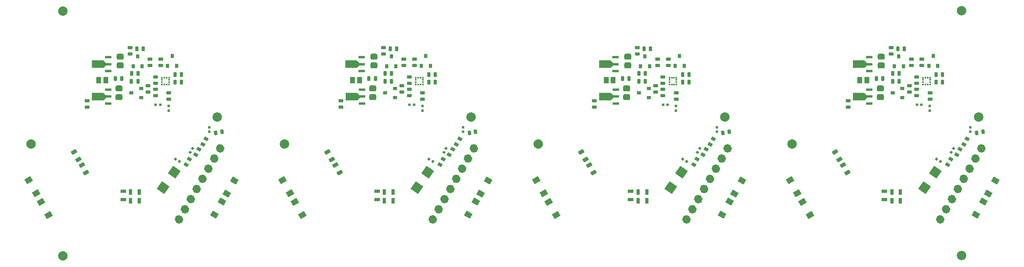
<source format=gtp>
G04 Layer_Color=8421504*
%FSLAX24Y24*%
%MOIN*%
G70*
G01*
G75*
G04:AMPARAMS|DCode=11|XSize=78.7mil|YSize=78.7mil|CornerRadius=39.4mil|HoleSize=0mil|Usage=FLASHONLY|Rotation=90.000|XOffset=0mil|YOffset=0mil|HoleType=Round|Shape=RoundedRectangle|*
%AMROUNDEDRECTD11*
21,1,0.0787,0.0000,0,0,90.0*
21,1,0.0000,0.0787,0,0,90.0*
1,1,0.0787,0.0000,0.0000*
1,1,0.0787,0.0000,0.0000*
1,1,0.0787,0.0000,0.0000*
1,1,0.0787,0.0000,0.0000*
%
%ADD11ROUNDEDRECTD11*%
G04:AMPARAMS|DCode=32|XSize=78.7mil|YSize=78.7mil|CornerRadius=39.4mil|HoleSize=0mil|Usage=FLASHONLY|Rotation=0.000|XOffset=0mil|YOffset=0mil|HoleType=Round|Shape=RoundedRectangle|*
%AMROUNDEDRECTD32*
21,1,0.0787,0.0000,0,0,0.0*
21,1,0.0000,0.0787,0,0,0.0*
1,1,0.0787,0.0000,0.0000*
1,1,0.0787,0.0000,0.0000*
1,1,0.0787,0.0000,0.0000*
1,1,0.0787,0.0000,0.0000*
%
%ADD32ROUNDEDRECTD32*%
%ADD69C,0.0354*%
G04:AMPARAMS|DCode=70|XSize=27.1mil|YSize=37.4mil|CornerRadius=4.8mil|HoleSize=0mil|Usage=FLASHONLY|Rotation=190.000|XOffset=0mil|YOffset=0mil|HoleType=Round|Shape=RoundedRectangle|*
%AMROUNDEDRECTD70*
21,1,0.0271,0.0277,0,0,190.0*
21,1,0.0175,0.0374,0,0,190.0*
1,1,0.0097,-0.0110,0.0121*
1,1,0.0097,0.0062,0.0152*
1,1,0.0097,0.0110,-0.0121*
1,1,0.0097,-0.0062,-0.0152*
%
%ADD70ROUNDEDRECTD70*%
G04:AMPARAMS|DCode=71|XSize=27.1mil|YSize=37.4mil|CornerRadius=4.8mil|HoleSize=0mil|Usage=FLASHONLY|Rotation=60.000|XOffset=0mil|YOffset=0mil|HoleType=Round|Shape=RoundedRectangle|*
%AMROUNDEDRECTD71*
21,1,0.0271,0.0277,0,0,60.0*
21,1,0.0175,0.0374,0,0,60.0*
1,1,0.0097,0.0164,0.0006*
1,1,0.0097,0.0076,-0.0145*
1,1,0.0097,-0.0164,-0.0006*
1,1,0.0097,-0.0076,0.0145*
%
%ADD71ROUNDEDRECTD71*%
G04:AMPARAMS|DCode=72|XSize=27.1mil|YSize=37.4mil|CornerRadius=4.8mil|HoleSize=0mil|Usage=FLASHONLY|Rotation=90.000|XOffset=0mil|YOffset=0mil|HoleType=Round|Shape=RoundedRectangle|*
%AMROUNDEDRECTD72*
21,1,0.0271,0.0277,0,0,90.0*
21,1,0.0175,0.0374,0,0,90.0*
1,1,0.0097,0.0139,0.0087*
1,1,0.0097,0.0139,-0.0087*
1,1,0.0097,-0.0139,-0.0087*
1,1,0.0097,-0.0139,0.0087*
%
%ADD72ROUNDEDRECTD72*%
G04:AMPARAMS|DCode=73|XSize=20mil|YSize=22mil|CornerRadius=3.4mil|HoleSize=0mil|Usage=FLASHONLY|Rotation=0.000|XOffset=0mil|YOffset=0mil|HoleType=Round|Shape=RoundedRectangle|*
%AMROUNDEDRECTD73*
21,1,0.0200,0.0152,0,0,0.0*
21,1,0.0132,0.0220,0,0,0.0*
1,1,0.0068,0.0066,-0.0076*
1,1,0.0068,-0.0066,-0.0076*
1,1,0.0068,-0.0066,0.0076*
1,1,0.0068,0.0066,0.0076*
%
%ADD73ROUNDEDRECTD73*%
G04:AMPARAMS|DCode=74|XSize=20mil|YSize=22mil|CornerRadius=3.4mil|HoleSize=0mil|Usage=FLASHONLY|Rotation=270.000|XOffset=0mil|YOffset=0mil|HoleType=Round|Shape=RoundedRectangle|*
%AMROUNDEDRECTD74*
21,1,0.0200,0.0152,0,0,270.0*
21,1,0.0132,0.0220,0,0,270.0*
1,1,0.0068,-0.0076,-0.0066*
1,1,0.0068,-0.0076,0.0066*
1,1,0.0068,0.0076,0.0066*
1,1,0.0068,0.0076,-0.0066*
%
%ADD74ROUNDEDRECTD74*%
G04:AMPARAMS|DCode=75|XSize=45.2mil|YSize=57.1mil|CornerRadius=0mil|HoleSize=0mil|Usage=FLASHONLY|Rotation=240.000|XOffset=0mil|YOffset=0mil|HoleType=Round|Shape=Rectangle|*
%AMROTATEDRECTD75*
4,1,4,-0.0134,0.0339,0.0360,0.0053,0.0134,-0.0339,-0.0360,-0.0053,-0.0134,0.0339,0.0*
%
%ADD75ROTATEDRECTD75*%

G04:AMPARAMS|DCode=76|XSize=45.2mil|YSize=57.1mil|CornerRadius=0mil|HoleSize=0mil|Usage=FLASHONLY|Rotation=300.000|XOffset=0mil|YOffset=0mil|HoleType=Round|Shape=Rectangle|*
%AMROTATEDRECTD76*
4,1,4,-0.0360,0.0053,0.0134,0.0339,0.0360,-0.0053,-0.0134,-0.0339,-0.0360,0.0053,0.0*
%
%ADD76ROTATEDRECTD76*%

%ADD77P,0.1089X4X100.0*%
%ADD78R,0.0413X0.0531*%
G04:AMPARAMS|DCode=79|XSize=27.1mil|YSize=37.4mil|CornerRadius=4.8mil|HoleSize=0mil|Usage=FLASHONLY|Rotation=0.000|XOffset=0mil|YOffset=0mil|HoleType=Round|Shape=RoundedRectangle|*
%AMROUNDEDRECTD79*
21,1,0.0271,0.0277,0,0,0.0*
21,1,0.0175,0.0374,0,0,0.0*
1,1,0.0097,0.0087,-0.0139*
1,1,0.0097,-0.0087,-0.0139*
1,1,0.0097,-0.0087,0.0139*
1,1,0.0097,0.0087,0.0139*
%
%ADD79ROUNDEDRECTD79*%
G04:AMPARAMS|DCode=80|XSize=50mil|YSize=58mil|CornerRadius=12mil|HoleSize=0mil|Usage=FLASHONLY|Rotation=270.000|XOffset=0mil|YOffset=0mil|HoleType=Round|Shape=RoundedRectangle|*
%AMROUNDEDRECTD80*
21,1,0.0500,0.0340,0,0,270.0*
21,1,0.0260,0.0580,0,0,270.0*
1,1,0.0240,-0.0170,-0.0130*
1,1,0.0240,-0.0170,0.0130*
1,1,0.0240,0.0170,0.0130*
1,1,0.0240,0.0170,-0.0130*
%
%ADD80ROUNDEDRECTD80*%
%ADD81R,0.0315X0.0472*%
%ADD82R,0.0472X0.0315*%
G04:AMPARAMS|DCode=83|XSize=47.2mil|YSize=31.5mil|CornerRadius=0mil|HoleSize=0mil|Usage=FLASHONLY|Rotation=210.000|XOffset=0mil|YOffset=0mil|HoleType=Round|Shape=Rectangle|*
%AMROTATEDRECTD83*
4,1,4,0.0126,0.0254,0.0283,-0.0018,-0.0126,-0.0254,-0.0283,0.0018,0.0126,0.0254,0.0*
%
%ADD83ROTATEDRECTD83*%

%ADD84R,0.0300X0.0340*%
%ADD85R,0.0340X0.0300*%
%ADD86R,0.0140X0.0130*%
%ADD87R,0.0130X0.0140*%
G04:AMPARAMS|DCode=88|XSize=20mil|YSize=22mil|CornerRadius=3.4mil|HoleSize=0mil|Usage=FLASHONLY|Rotation=60.000|XOffset=0mil|YOffset=0mil|HoleType=Round|Shape=RoundedRectangle|*
%AMROUNDEDRECTD88*
21,1,0.0200,0.0152,0,0,60.0*
21,1,0.0132,0.0220,0,0,60.0*
1,1,0.0068,0.0099,0.0019*
1,1,0.0068,0.0033,-0.0095*
1,1,0.0068,-0.0099,-0.0019*
1,1,0.0068,-0.0033,0.0095*
%
%ADD88ROUNDEDRECTD88*%
G04:AMPARAMS|DCode=89|XSize=20mil|YSize=22mil|CornerRadius=3.4mil|HoleSize=0mil|Usage=FLASHONLY|Rotation=150.000|XOffset=0mil|YOffset=0mil|HoleType=Round|Shape=RoundedRectangle|*
%AMROUNDEDRECTD89*
21,1,0.0200,0.0152,0,0,150.0*
21,1,0.0132,0.0220,0,0,150.0*
1,1,0.0068,-0.0019,0.0099*
1,1,0.0068,0.0095,0.0033*
1,1,0.0068,0.0019,-0.0099*
1,1,0.0068,-0.0095,-0.0033*
%
%ADD89ROUNDEDRECTD89*%
%ADD90R,0.0531X0.0204*%
%ADD91R,0.0531X0.0236*%
G36*
X70963Y17734D02*
X71193Y17504D01*
Y17315D01*
X70963Y17085D01*
X69993Y17085D01*
X69993Y17734D01*
X70963Y17734D01*
D02*
G37*
G36*
X49703D02*
X49933Y17504D01*
Y17315D01*
X49703Y17085D01*
X48733Y17085D01*
X48733Y17734D01*
X49703Y17734D01*
D02*
G37*
G36*
X28443D02*
X28673Y17504D01*
Y17315D01*
X28443Y17085D01*
X27473Y17085D01*
X27473Y17734D01*
X28443Y17734D01*
D02*
G37*
G36*
X7183D02*
X7413Y17504D01*
Y17315D01*
X7183Y17085D01*
X6213Y17085D01*
X6213Y17734D01*
X7183Y17734D01*
D02*
G37*
G36*
X70973Y15004D02*
X71203Y14774D01*
Y14585D01*
X70973Y14355D01*
X70003Y14355D01*
X70003Y15004D01*
X70973Y15004D01*
D02*
G37*
G36*
X49713D02*
X49943Y14774D01*
Y14585D01*
X49713Y14355D01*
X48743Y14355D01*
X48743Y15004D01*
X49713Y15004D01*
D02*
G37*
G36*
X28453D02*
X28683Y14774D01*
Y14585D01*
X28453Y14355D01*
X27483Y14355D01*
X27483Y15004D01*
X28453Y15004D01*
D02*
G37*
G36*
X7193D02*
X7423Y14774D01*
Y14585D01*
X7193Y14355D01*
X6223Y14355D01*
X6223Y15004D01*
X7193Y15004D01*
D02*
G37*
D11*
X79078Y1319D02*
D03*
X3789Y21848D02*
D03*
X79078Y21878D02*
D03*
X3789Y1289D02*
D03*
D32*
X16740Y12959D02*
D03*
X1110Y10679D02*
D03*
X38000Y12959D02*
D03*
X22370Y10679D02*
D03*
X59260Y12959D02*
D03*
X43630Y10679D02*
D03*
X80520Y12959D02*
D03*
X64890Y10679D02*
D03*
D69*
X17147Y10326D02*
G03*
X17147Y10326I-177J0D01*
G01*
X16655Y9474D02*
G03*
X16655Y9474I-177J0D01*
G01*
X16163Y8622D02*
G03*
X16163Y8622I-177J0D01*
G01*
X15670Y7769D02*
G03*
X15670Y7769I-177J0D01*
G01*
X15178Y6917D02*
G03*
X15178Y6917I-177J0D01*
G01*
X14686Y6064D02*
G03*
X14686Y6064I-177J0D01*
G01*
X14194Y5212D02*
G03*
X14194Y5212I-177J0D01*
G01*
X13702Y4360D02*
G03*
X13702Y4360I-177J0D01*
G01*
X38407Y10326D02*
G03*
X38407Y10326I-177J0D01*
G01*
X37914Y9474D02*
G03*
X37914Y9474I-177J0D01*
G01*
X37422Y8622D02*
G03*
X37422Y8622I-177J0D01*
G01*
X36930Y7769D02*
G03*
X36930Y7769I-177J0D01*
G01*
X36438Y6917D02*
G03*
X36438Y6917I-177J0D01*
G01*
X35946Y6064D02*
G03*
X35946Y6064I-177J0D01*
G01*
X35454Y5212D02*
G03*
X35454Y5212I-177J0D01*
G01*
X34962Y4360D02*
G03*
X34962Y4360I-177J0D01*
G01*
X59666Y10326D02*
G03*
X59666Y10326I-177J0D01*
G01*
X59174Y9474D02*
G03*
X59174Y9474I-177J0D01*
G01*
X58682Y8622D02*
G03*
X58682Y8622I-177J0D01*
G01*
X58190Y7769D02*
G03*
X58190Y7769I-177J0D01*
G01*
X57698Y6917D02*
G03*
X57698Y6917I-177J0D01*
G01*
X57206Y6064D02*
G03*
X57206Y6064I-177J0D01*
G01*
X56714Y5212D02*
G03*
X56714Y5212I-177J0D01*
G01*
X56222Y4360D02*
G03*
X56222Y4360I-177J0D01*
G01*
X80926Y10326D02*
G03*
X80926Y10326I-177J0D01*
G01*
X80434Y9474D02*
G03*
X80434Y9474I-177J0D01*
G01*
X79942Y8622D02*
G03*
X79942Y8622I-177J0D01*
G01*
X79450Y7769D02*
G03*
X79450Y7769I-177J0D01*
G01*
X78958Y6917D02*
G03*
X78958Y6917I-177J0D01*
G01*
X78466Y6064D02*
G03*
X78466Y6064I-177J0D01*
G01*
X77974Y5212D02*
G03*
X77974Y5212I-177J0D01*
G01*
X77481Y4360D02*
G03*
X77481Y4360I-177J0D01*
G01*
D70*
X16586Y11643D02*
D03*
X17114Y11736D02*
D03*
X37846Y11643D02*
D03*
X38373Y11736D02*
D03*
X59106Y11643D02*
D03*
X59633Y11736D02*
D03*
X80366Y11643D02*
D03*
X80893Y11736D02*
D03*
D71*
X15784Y11121D02*
D03*
X15516Y10658D02*
D03*
X15184Y10271D02*
D03*
X14916Y9808D02*
D03*
X14404Y9431D02*
D03*
X14136Y8968D02*
D03*
X37044Y11121D02*
D03*
X36776Y10658D02*
D03*
X36444Y10271D02*
D03*
X36176Y9808D02*
D03*
X35664Y9431D02*
D03*
X35396Y8968D02*
D03*
X58304Y11121D02*
D03*
X58036Y10658D02*
D03*
X57704Y10271D02*
D03*
X57436Y9808D02*
D03*
X56924Y9431D02*
D03*
X56656Y8968D02*
D03*
X79563Y11121D02*
D03*
X79296Y10658D02*
D03*
X78963Y10271D02*
D03*
X78696Y9808D02*
D03*
X78183Y9431D02*
D03*
X77916Y8968D02*
D03*
D72*
X11990Y17827D02*
D03*
Y17292D02*
D03*
X12670Y14452D02*
D03*
Y14987D02*
D03*
X11100Y17827D02*
D03*
Y17292D02*
D03*
X10935Y15606D02*
D03*
X10935Y15070D02*
D03*
X9415Y18266D02*
D03*
Y18801D02*
D03*
X11550Y16341D02*
D03*
Y15806D02*
D03*
Y14756D02*
D03*
Y15291D02*
D03*
X5820Y14327D02*
D03*
Y13792D02*
D03*
X33250Y17827D02*
D03*
Y17292D02*
D03*
X33930Y14452D02*
D03*
Y14987D02*
D03*
X32360Y17827D02*
D03*
Y17292D02*
D03*
X32195Y15606D02*
D03*
X32195Y15070D02*
D03*
X30675Y18266D02*
D03*
Y18801D02*
D03*
X32810Y16341D02*
D03*
Y15806D02*
D03*
Y14756D02*
D03*
Y15291D02*
D03*
X27080Y14327D02*
D03*
Y13792D02*
D03*
X54510Y17827D02*
D03*
Y17292D02*
D03*
X55190Y14452D02*
D03*
Y14987D02*
D03*
X53620Y17827D02*
D03*
Y17292D02*
D03*
X53455Y15606D02*
D03*
X53455Y15070D02*
D03*
X51935Y18266D02*
D03*
Y18801D02*
D03*
X54070Y16341D02*
D03*
Y15806D02*
D03*
Y14756D02*
D03*
Y15291D02*
D03*
X48340Y14327D02*
D03*
Y13792D02*
D03*
X75770Y17827D02*
D03*
Y17292D02*
D03*
X76450Y14452D02*
D03*
Y14987D02*
D03*
X74879Y17827D02*
D03*
Y17292D02*
D03*
X74715Y15606D02*
D03*
X74715Y15070D02*
D03*
X73195Y18266D02*
D03*
Y18801D02*
D03*
X75329Y16341D02*
D03*
Y15806D02*
D03*
Y14756D02*
D03*
Y15291D02*
D03*
X69600Y14327D02*
D03*
Y13792D02*
D03*
D73*
X11571Y13979D02*
D03*
X11950D02*
D03*
X32831D02*
D03*
X33210D02*
D03*
X54091D02*
D03*
X54470D02*
D03*
X75351D02*
D03*
X75730D02*
D03*
D74*
X12650Y13888D02*
D03*
X12650Y13509D02*
D03*
X16060Y12108D02*
D03*
Y11729D02*
D03*
X33910Y13888D02*
D03*
X33910Y13509D02*
D03*
X37320Y12108D02*
D03*
Y11729D02*
D03*
X55170Y13888D02*
D03*
X55170Y13509D02*
D03*
X58580Y12108D02*
D03*
Y11729D02*
D03*
X76430Y13888D02*
D03*
X76430Y13509D02*
D03*
X79840Y12108D02*
D03*
Y11729D02*
D03*
D75*
X16500Y4758D02*
D03*
X17130Y5850D02*
D03*
X17530Y6538D02*
D03*
X18160Y7630D02*
D03*
X37760Y4758D02*
D03*
X38390Y5850D02*
D03*
X38790Y6538D02*
D03*
X39420Y7630D02*
D03*
X59020Y4758D02*
D03*
X59650Y5850D02*
D03*
X60050Y6538D02*
D03*
X60680Y7630D02*
D03*
X80280Y4758D02*
D03*
X80910Y5850D02*
D03*
X81310Y6538D02*
D03*
X81940Y7630D02*
D03*
D76*
X2605Y4744D02*
D03*
X1975Y5835D02*
D03*
X1560Y6568D02*
D03*
X930Y7660D02*
D03*
X23865Y4744D02*
D03*
X23235Y5835D02*
D03*
X22820Y6568D02*
D03*
X22190Y7660D02*
D03*
X45125Y4744D02*
D03*
X44495Y5835D02*
D03*
X44080Y6568D02*
D03*
X43450Y7660D02*
D03*
X66384Y4744D02*
D03*
X65755Y5835D02*
D03*
X65340Y6568D02*
D03*
X64710Y7660D02*
D03*
D77*
X13113Y8317D02*
D03*
X12208Y7024D02*
D03*
X34373Y8317D02*
D03*
X33468Y7024D02*
D03*
X55633Y8317D02*
D03*
X54728Y7024D02*
D03*
X76893Y8317D02*
D03*
X75988Y7024D02*
D03*
D78*
X7385Y16049D02*
D03*
X6795Y16049D02*
D03*
X28645Y16049D02*
D03*
X28055Y16049D02*
D03*
X49905Y16049D02*
D03*
X49314Y16049D02*
D03*
X71165Y16049D02*
D03*
X70574Y16049D02*
D03*
D79*
X8718Y16189D02*
D03*
X8182Y16189D02*
D03*
X13192Y15879D02*
D03*
X13728D02*
D03*
X13192Y16519D02*
D03*
X13728D02*
D03*
X10513Y18694D02*
D03*
X9977Y18694D02*
D03*
X10083Y16613D02*
D03*
X9547Y16613D02*
D03*
X9542Y15949D02*
D03*
X10078Y15949D02*
D03*
X29978Y16189D02*
D03*
X29442Y16189D02*
D03*
X34452Y15879D02*
D03*
X34988D02*
D03*
X34452Y16519D02*
D03*
X34988D02*
D03*
X31773Y18694D02*
D03*
X31237Y18694D02*
D03*
X31343Y16613D02*
D03*
X30807Y16613D02*
D03*
X30802Y15949D02*
D03*
X31338Y15949D02*
D03*
X51237Y16189D02*
D03*
X50702Y16189D02*
D03*
X55712Y15879D02*
D03*
X56247D02*
D03*
X55712Y16519D02*
D03*
X56247D02*
D03*
X53032Y18694D02*
D03*
X52497Y18694D02*
D03*
X52602Y16613D02*
D03*
X52067Y16613D02*
D03*
X52062Y15949D02*
D03*
X52597Y15949D02*
D03*
X72497Y16189D02*
D03*
X71962Y16189D02*
D03*
X76972Y15879D02*
D03*
X77507D02*
D03*
X76972Y16519D02*
D03*
X77507D02*
D03*
X74292Y18694D02*
D03*
X73757Y18694D02*
D03*
X73862Y16613D02*
D03*
X73327Y16613D02*
D03*
X73322Y15949D02*
D03*
X73857Y15949D02*
D03*
D80*
X8590Y18043D02*
D03*
Y17289D02*
D03*
X8500Y15373D02*
D03*
X8500Y14619D02*
D03*
X29850Y18043D02*
D03*
Y17289D02*
D03*
X29760Y15373D02*
D03*
X29760Y14619D02*
D03*
X51110Y18043D02*
D03*
Y17289D02*
D03*
X51020Y15373D02*
D03*
X51020Y14619D02*
D03*
X72370Y18043D02*
D03*
Y17289D02*
D03*
X72280Y15373D02*
D03*
X72280Y14619D02*
D03*
D81*
X10195Y5929D02*
D03*
X9466D02*
D03*
X10194Y6669D02*
D03*
X9466D02*
D03*
X31455Y5929D02*
D03*
X30726D02*
D03*
X31454Y6669D02*
D03*
X30726D02*
D03*
X52714Y5929D02*
D03*
X51986D02*
D03*
X52714Y6669D02*
D03*
X51986D02*
D03*
X73974Y5929D02*
D03*
X73246D02*
D03*
X73974Y6669D02*
D03*
X73245D02*
D03*
D82*
X8850Y6015D02*
D03*
X8850Y6744D02*
D03*
X30110Y6015D02*
D03*
X30110Y6744D02*
D03*
X51370Y6015D02*
D03*
X51370Y6744D02*
D03*
X72630Y6015D02*
D03*
X72630Y6744D02*
D03*
D83*
X5378Y8915D02*
D03*
X5742Y8284D02*
D03*
X5081Y9409D02*
D03*
X4716Y10040D02*
D03*
X26638Y8915D02*
D03*
X27002Y8284D02*
D03*
X26340Y9409D02*
D03*
X25976Y10040D02*
D03*
X47898Y8915D02*
D03*
X48262Y8284D02*
D03*
X47600Y9409D02*
D03*
X47236Y10040D02*
D03*
X69157Y8915D02*
D03*
X69522Y8284D02*
D03*
X68860Y9409D02*
D03*
X68496Y10040D02*
D03*
D84*
X9681Y17220D02*
D03*
X10435Y17220D02*
D03*
X10055Y18054D02*
D03*
X12571Y17259D02*
D03*
X13325Y17259D02*
D03*
X12945Y18093D02*
D03*
X30941Y17220D02*
D03*
X31695Y17220D02*
D03*
X31315Y18054D02*
D03*
X33831Y17259D02*
D03*
X34585Y17259D02*
D03*
X34205Y18093D02*
D03*
X52201Y17220D02*
D03*
X52955Y17220D02*
D03*
X52575Y18054D02*
D03*
X55090Y17259D02*
D03*
X55844Y17259D02*
D03*
X55464Y18093D02*
D03*
X73461Y17220D02*
D03*
X74215Y17220D02*
D03*
X73835Y18054D02*
D03*
X76350Y17259D02*
D03*
X77104Y17259D02*
D03*
X76724Y18093D02*
D03*
D85*
X10364Y14605D02*
D03*
X10364Y15359D02*
D03*
X9530Y14979D02*
D03*
X31624Y14605D02*
D03*
X31624Y15359D02*
D03*
X30790Y14979D02*
D03*
X52883Y14605D02*
D03*
X52883Y15359D02*
D03*
X52050Y14979D02*
D03*
X74143Y14605D02*
D03*
X74143Y15359D02*
D03*
X73310Y14979D02*
D03*
D86*
X12685Y15689D02*
D03*
X12095D02*
D03*
X12685Y15881D02*
D03*
X12095D02*
D03*
X12685Y16078D02*
D03*
X12095Y16078D02*
D03*
X12685Y16270D02*
D03*
X12095Y16270D02*
D03*
X33945Y15689D02*
D03*
X33355D02*
D03*
X33945Y15881D02*
D03*
X33355D02*
D03*
X33945Y16078D02*
D03*
X33355Y16078D02*
D03*
X33945Y16270D02*
D03*
X33355Y16270D02*
D03*
X55205Y15689D02*
D03*
X54614D02*
D03*
X55205Y15881D02*
D03*
X54614D02*
D03*
X55205Y16078D02*
D03*
X54614Y16078D02*
D03*
X55205Y16270D02*
D03*
X54614Y16270D02*
D03*
X76465Y15689D02*
D03*
X75874D02*
D03*
X76465Y15881D02*
D03*
X75874D02*
D03*
X76465Y16078D02*
D03*
X75874Y16078D02*
D03*
X76465Y16270D02*
D03*
X75874Y16270D02*
D03*
D87*
X12488Y15684D02*
D03*
X12292Y15684D02*
D03*
X12488Y16275D02*
D03*
X12292D02*
D03*
X33748Y15684D02*
D03*
X33551Y15684D02*
D03*
X33748Y16275D02*
D03*
X33551D02*
D03*
X55008Y15684D02*
D03*
X54811Y15684D02*
D03*
X55008Y16275D02*
D03*
X54811D02*
D03*
X76268Y15684D02*
D03*
X76071Y15684D02*
D03*
X76268Y16275D02*
D03*
X76071D02*
D03*
D88*
X14645Y10334D02*
D03*
X14456Y10006D02*
D03*
X35905Y10334D02*
D03*
X35715Y10006D02*
D03*
X57165Y10334D02*
D03*
X56975Y10006D02*
D03*
X78425Y10334D02*
D03*
X78235Y10006D02*
D03*
D89*
X13215Y9414D02*
D03*
X13544Y9225D02*
D03*
X34475Y9414D02*
D03*
X34804Y9225D02*
D03*
X55735Y9414D02*
D03*
X56063Y9225D02*
D03*
X76995Y9414D02*
D03*
X77323Y9225D02*
D03*
D90*
X7581Y18000D02*
D03*
Y16819D02*
D03*
X7591Y14089D02*
D03*
Y15270D02*
D03*
X28841Y18000D02*
D03*
Y16819D02*
D03*
X28851Y14089D02*
D03*
Y15270D02*
D03*
X50101Y18000D02*
D03*
Y16819D02*
D03*
X50111Y14089D02*
D03*
Y15270D02*
D03*
X71360Y18000D02*
D03*
Y16819D02*
D03*
X71370Y14089D02*
D03*
Y15270D02*
D03*
D91*
X7581Y17409D02*
D03*
X7591Y14679D02*
D03*
X28841Y17409D02*
D03*
X28851Y14679D02*
D03*
X50101Y17409D02*
D03*
X50111Y14679D02*
D03*
X71360Y17409D02*
D03*
X71370Y14679D02*
D03*
M02*

</source>
